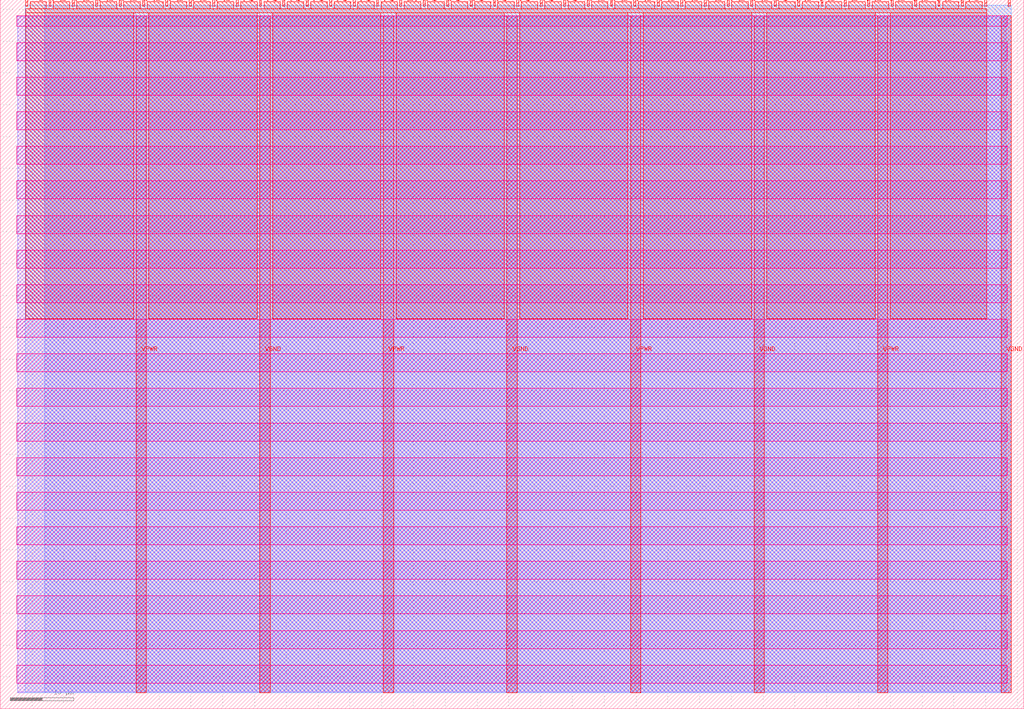
<source format=lef>
VERSION 5.7 ;
  NOWIREEXTENSIONATPIN ON ;
  DIVIDERCHAR "/" ;
  BUSBITCHARS "[]" ;
MACRO tt_um_macros77_subneg
  CLASS BLOCK ;
  FOREIGN tt_um_macros77_subneg ;
  ORIGIN 0.000 0.000 ;
  SIZE 161.000 BY 111.520 ;
  PIN VGND
    DIRECTION INOUT ;
    USE GROUND ;
    PORT
      LAYER met4 ;
        RECT 40.830 2.480 42.430 109.040 ;
    END
    PORT
      LAYER met4 ;
        RECT 79.700 2.480 81.300 109.040 ;
    END
    PORT
      LAYER met4 ;
        RECT 118.570 2.480 120.170 109.040 ;
    END
    PORT
      LAYER met4 ;
        RECT 157.440 2.480 159.040 109.040 ;
    END
  END VGND
  PIN VPWR
    DIRECTION INOUT ;
    USE POWER ;
    PORT
      LAYER met4 ;
        RECT 21.395 2.480 22.995 109.040 ;
    END
    PORT
      LAYER met4 ;
        RECT 60.265 2.480 61.865 109.040 ;
    END
    PORT
      LAYER met4 ;
        RECT 99.135 2.480 100.735 109.040 ;
    END
    PORT
      LAYER met4 ;
        RECT 138.005 2.480 139.605 109.040 ;
    END
  END VPWR
  PIN clk
    DIRECTION INPUT ;
    USE SIGNAL ;
    ANTENNAGATEAREA 0.852000 ;
    PORT
      LAYER met4 ;
        RECT 154.870 110.520 155.170 111.520 ;
    END
  END clk
  PIN ena
    DIRECTION INPUT ;
    USE SIGNAL ;
    PORT
      LAYER met4 ;
        RECT 158.550 110.520 158.850 111.520 ;
    END
  END ena
  PIN rst_n
    DIRECTION INPUT ;
    USE SIGNAL ;
    ANTENNAGATEAREA 0.126000 ;
    PORT
      LAYER met4 ;
        RECT 151.190 110.520 151.490 111.520 ;
    END
  END rst_n
  PIN ui_in[0]
    DIRECTION INPUT ;
    USE SIGNAL ;
    ANTENNAGATEAREA 0.159000 ;
    PORT
      LAYER met4 ;
        RECT 147.510 110.520 147.810 111.520 ;
    END
  END ui_in[0]
  PIN ui_in[1]
    DIRECTION INPUT ;
    USE SIGNAL ;
    ANTENNAGATEAREA 0.196500 ;
    PORT
      LAYER met4 ;
        RECT 143.830 110.520 144.130 111.520 ;
    END
  END ui_in[1]
  PIN ui_in[2]
    DIRECTION INPUT ;
    USE SIGNAL ;
    ANTENNAGATEAREA 0.196500 ;
    PORT
      LAYER met4 ;
        RECT 140.150 110.520 140.450 111.520 ;
    END
  END ui_in[2]
  PIN ui_in[3]
    DIRECTION INPUT ;
    USE SIGNAL ;
    PORT
      LAYER met4 ;
        RECT 136.470 110.520 136.770 111.520 ;
    END
  END ui_in[3]
  PIN ui_in[4]
    DIRECTION INPUT ;
    USE SIGNAL ;
    PORT
      LAYER met4 ;
        RECT 132.790 110.520 133.090 111.520 ;
    END
  END ui_in[4]
  PIN ui_in[5]
    DIRECTION INPUT ;
    USE SIGNAL ;
    PORT
      LAYER met4 ;
        RECT 129.110 110.520 129.410 111.520 ;
    END
  END ui_in[5]
  PIN ui_in[6]
    DIRECTION INPUT ;
    USE SIGNAL ;
    PORT
      LAYER met4 ;
        RECT 125.430 110.520 125.730 111.520 ;
    END
  END ui_in[6]
  PIN ui_in[7]
    DIRECTION INPUT ;
    USE SIGNAL ;
    PORT
      LAYER met4 ;
        RECT 121.750 110.520 122.050 111.520 ;
    END
  END ui_in[7]
  PIN uio_in[0]
    DIRECTION INPUT ;
    USE SIGNAL ;
    ANTENNAGATEAREA 0.213000 ;
    PORT
      LAYER met4 ;
        RECT 118.070 110.520 118.370 111.520 ;
    END
  END uio_in[0]
  PIN uio_in[1]
    DIRECTION INPUT ;
    USE SIGNAL ;
    ANTENNAGATEAREA 0.213000 ;
    PORT
      LAYER met4 ;
        RECT 114.390 110.520 114.690 111.520 ;
    END
  END uio_in[1]
  PIN uio_in[2]
    DIRECTION INPUT ;
    USE SIGNAL ;
    ANTENNAGATEAREA 0.213000 ;
    PORT
      LAYER met4 ;
        RECT 110.710 110.520 111.010 111.520 ;
    END
  END uio_in[2]
  PIN uio_in[3]
    DIRECTION INPUT ;
    USE SIGNAL ;
    ANTENNAGATEAREA 0.213000 ;
    PORT
      LAYER met4 ;
        RECT 107.030 110.520 107.330 111.520 ;
    END
  END uio_in[3]
  PIN uio_in[4]
    DIRECTION INPUT ;
    USE SIGNAL ;
    ANTENNAGATEAREA 0.213000 ;
    PORT
      LAYER met4 ;
        RECT 103.350 110.520 103.650 111.520 ;
    END
  END uio_in[4]
  PIN uio_in[5]
    DIRECTION INPUT ;
    USE SIGNAL ;
    ANTENNAGATEAREA 0.213000 ;
    PORT
      LAYER met4 ;
        RECT 99.670 110.520 99.970 111.520 ;
    END
  END uio_in[5]
  PIN uio_in[6]
    DIRECTION INPUT ;
    USE SIGNAL ;
    ANTENNAGATEAREA 0.213000 ;
    PORT
      LAYER met4 ;
        RECT 95.990 110.520 96.290 111.520 ;
    END
  END uio_in[6]
  PIN uio_in[7]
    DIRECTION INPUT ;
    USE SIGNAL ;
    ANTENNAGATEAREA 0.213000 ;
    PORT
      LAYER met4 ;
        RECT 92.310 110.520 92.610 111.520 ;
    END
  END uio_in[7]
  PIN uio_oe[0]
    DIRECTION OUTPUT TRISTATE ;
    USE SIGNAL ;
    ANTENNADIFFAREA 0.445500 ;
    PORT
      LAYER met4 ;
        RECT 29.750 110.520 30.050 111.520 ;
    END
  END uio_oe[0]
  PIN uio_oe[1]
    DIRECTION OUTPUT TRISTATE ;
    USE SIGNAL ;
    ANTENNADIFFAREA 0.445500 ;
    PORT
      LAYER met4 ;
        RECT 26.070 110.520 26.370 111.520 ;
    END
  END uio_oe[1]
  PIN uio_oe[2]
    DIRECTION OUTPUT TRISTATE ;
    USE SIGNAL ;
    ANTENNADIFFAREA 0.445500 ;
    PORT
      LAYER met4 ;
        RECT 22.390 110.520 22.690 111.520 ;
    END
  END uio_oe[2]
  PIN uio_oe[3]
    DIRECTION OUTPUT TRISTATE ;
    USE SIGNAL ;
    ANTENNADIFFAREA 0.445500 ;
    PORT
      LAYER met4 ;
        RECT 18.710 110.520 19.010 111.520 ;
    END
  END uio_oe[3]
  PIN uio_oe[4]
    DIRECTION OUTPUT TRISTATE ;
    USE SIGNAL ;
    ANTENNADIFFAREA 0.445500 ;
    PORT
      LAYER met4 ;
        RECT 15.030 110.520 15.330 111.520 ;
    END
  END uio_oe[4]
  PIN uio_oe[5]
    DIRECTION OUTPUT TRISTATE ;
    USE SIGNAL ;
    ANTENNADIFFAREA 0.445500 ;
    PORT
      LAYER met4 ;
        RECT 11.350 110.520 11.650 111.520 ;
    END
  END uio_oe[5]
  PIN uio_oe[6]
    DIRECTION OUTPUT TRISTATE ;
    USE SIGNAL ;
    ANTENNADIFFAREA 0.445500 ;
    PORT
      LAYER met4 ;
        RECT 7.670 110.520 7.970 111.520 ;
    END
  END uio_oe[6]
  PIN uio_oe[7]
    DIRECTION OUTPUT TRISTATE ;
    USE SIGNAL ;
    ANTENNAGATEAREA 1.113000 ;
    ANTENNADIFFAREA 0.891000 ;
    PORT
      LAYER met4 ;
        RECT 3.990 110.520 4.290 111.520 ;
    END
  END uio_oe[7]
  PIN uio_out[0]
    DIRECTION OUTPUT TRISTATE ;
    USE SIGNAL ;
    ANTENNAGATEAREA 0.247500 ;
    ANTENNADIFFAREA 0.445500 ;
    PORT
      LAYER met4 ;
        RECT 59.190 110.520 59.490 111.520 ;
    END
  END uio_out[0]
  PIN uio_out[1]
    DIRECTION OUTPUT TRISTATE ;
    USE SIGNAL ;
    ANTENNAGATEAREA 0.126000 ;
    ANTENNADIFFAREA 0.445500 ;
    PORT
      LAYER met4 ;
        RECT 55.510 110.520 55.810 111.520 ;
    END
  END uio_out[1]
  PIN uio_out[2]
    DIRECTION OUTPUT TRISTATE ;
    USE SIGNAL ;
    ANTENNAGATEAREA 0.247500 ;
    ANTENNADIFFAREA 0.445500 ;
    PORT
      LAYER met4 ;
        RECT 51.830 110.520 52.130 111.520 ;
    END
  END uio_out[2]
  PIN uio_out[3]
    DIRECTION OUTPUT TRISTATE ;
    USE SIGNAL ;
    ANTENNAGATEAREA 0.126000 ;
    ANTENNADIFFAREA 0.891000 ;
    PORT
      LAYER met4 ;
        RECT 48.150 110.520 48.450 111.520 ;
    END
  END uio_out[3]
  PIN uio_out[4]
    DIRECTION OUTPUT TRISTATE ;
    USE SIGNAL ;
    ANTENNAGATEAREA 0.247500 ;
    ANTENNADIFFAREA 0.445500 ;
    PORT
      LAYER met4 ;
        RECT 44.470 110.520 44.770 111.520 ;
    END
  END uio_out[4]
  PIN uio_out[5]
    DIRECTION OUTPUT TRISTATE ;
    USE SIGNAL ;
    ANTENNAGATEAREA 0.126000 ;
    ANTENNADIFFAREA 0.445500 ;
    PORT
      LAYER met4 ;
        RECT 40.790 110.520 41.090 111.520 ;
    END
  END uio_out[5]
  PIN uio_out[6]
    DIRECTION OUTPUT TRISTATE ;
    USE SIGNAL ;
    ANTENNAGATEAREA 0.247500 ;
    ANTENNADIFFAREA 0.891000 ;
    PORT
      LAYER met4 ;
        RECT 37.110 110.520 37.410 111.520 ;
    END
  END uio_out[6]
  PIN uio_out[7]
    DIRECTION OUTPUT TRISTATE ;
    USE SIGNAL ;
    ANTENNAGATEAREA 0.247500 ;
    ANTENNADIFFAREA 0.891000 ;
    PORT
      LAYER met4 ;
        RECT 33.430 110.520 33.730 111.520 ;
    END
  END uio_out[7]
  PIN uo_out[0]
    DIRECTION OUTPUT TRISTATE ;
    USE SIGNAL ;
    ANTENNADIFFAREA 0.795200 ;
    PORT
      LAYER met4 ;
        RECT 88.630 110.520 88.930 111.520 ;
    END
  END uo_out[0]
  PIN uo_out[1]
    DIRECTION OUTPUT TRISTATE ;
    USE SIGNAL ;
    ANTENNADIFFAREA 0.795200 ;
    PORT
      LAYER met4 ;
        RECT 84.950 110.520 85.250 111.520 ;
    END
  END uo_out[1]
  PIN uo_out[2]
    DIRECTION OUTPUT TRISTATE ;
    USE SIGNAL ;
    ANTENNADIFFAREA 0.795200 ;
    PORT
      LAYER met4 ;
        RECT 81.270 110.520 81.570 111.520 ;
    END
  END uo_out[2]
  PIN uo_out[3]
    DIRECTION OUTPUT TRISTATE ;
    USE SIGNAL ;
    ANTENNAGATEAREA 0.247500 ;
    ANTENNADIFFAREA 0.795200 ;
    PORT
      LAYER met4 ;
        RECT 77.590 110.520 77.890 111.520 ;
    END
  END uo_out[3]
  PIN uo_out[4]
    DIRECTION OUTPUT TRISTATE ;
    USE SIGNAL ;
    ANTENNADIFFAREA 0.795200 ;
    PORT
      LAYER met4 ;
        RECT 73.910 110.520 74.210 111.520 ;
    END
  END uo_out[4]
  PIN uo_out[5]
    DIRECTION OUTPUT TRISTATE ;
    USE SIGNAL ;
    ANTENNADIFFAREA 0.795200 ;
    PORT
      LAYER met4 ;
        RECT 70.230 110.520 70.530 111.520 ;
    END
  END uo_out[5]
  PIN uo_out[6]
    DIRECTION OUTPUT TRISTATE ;
    USE SIGNAL ;
    ANTENNADIFFAREA 0.445500 ;
    PORT
      LAYER met4 ;
        RECT 66.550 110.520 66.850 111.520 ;
    END
  END uo_out[6]
  PIN uo_out[7]
    DIRECTION OUTPUT TRISTATE ;
    USE SIGNAL ;
    ANTENNADIFFAREA 0.795200 ;
    PORT
      LAYER met4 ;
        RECT 62.870 110.520 63.170 111.520 ;
    END
  END uo_out[7]
  OBS
      LAYER nwell ;
        RECT 2.570 107.385 158.430 108.990 ;
        RECT 2.570 101.945 158.430 104.775 ;
        RECT 2.570 96.505 158.430 99.335 ;
        RECT 2.570 91.065 158.430 93.895 ;
        RECT 2.570 85.625 158.430 88.455 ;
        RECT 2.570 80.185 158.430 83.015 ;
        RECT 2.570 74.745 158.430 77.575 ;
        RECT 2.570 69.305 158.430 72.135 ;
        RECT 2.570 63.865 158.430 66.695 ;
        RECT 2.570 58.425 158.430 61.255 ;
        RECT 2.570 52.985 158.430 55.815 ;
        RECT 2.570 47.545 158.430 50.375 ;
        RECT 2.570 42.105 158.430 44.935 ;
        RECT 2.570 36.665 158.430 39.495 ;
        RECT 2.570 31.225 158.430 34.055 ;
        RECT 2.570 25.785 158.430 28.615 ;
        RECT 2.570 20.345 158.430 23.175 ;
        RECT 2.570 14.905 158.430 17.735 ;
        RECT 2.570 9.465 158.430 12.295 ;
        RECT 2.570 4.025 158.430 6.855 ;
      LAYER li1 ;
        RECT 2.760 2.635 158.240 108.885 ;
      LAYER met1 ;
        RECT 2.760 2.480 159.040 109.040 ;
      LAYER met2 ;
        RECT 6.990 2.535 159.010 110.685 ;
      LAYER met3 ;
        RECT 3.950 2.555 159.030 110.665 ;
      LAYER met4 ;
        RECT 4.690 110.120 7.270 111.170 ;
        RECT 8.370 110.120 10.950 111.170 ;
        RECT 12.050 110.120 14.630 111.170 ;
        RECT 15.730 110.120 18.310 111.170 ;
        RECT 19.410 110.120 21.990 111.170 ;
        RECT 23.090 110.120 25.670 111.170 ;
        RECT 26.770 110.120 29.350 111.170 ;
        RECT 30.450 110.120 33.030 111.170 ;
        RECT 34.130 110.120 36.710 111.170 ;
        RECT 37.810 110.120 40.390 111.170 ;
        RECT 41.490 110.120 44.070 111.170 ;
        RECT 45.170 110.120 47.750 111.170 ;
        RECT 48.850 110.120 51.430 111.170 ;
        RECT 52.530 110.120 55.110 111.170 ;
        RECT 56.210 110.120 58.790 111.170 ;
        RECT 59.890 110.120 62.470 111.170 ;
        RECT 63.570 110.120 66.150 111.170 ;
        RECT 67.250 110.120 69.830 111.170 ;
        RECT 70.930 110.120 73.510 111.170 ;
        RECT 74.610 110.120 77.190 111.170 ;
        RECT 78.290 110.120 80.870 111.170 ;
        RECT 81.970 110.120 84.550 111.170 ;
        RECT 85.650 110.120 88.230 111.170 ;
        RECT 89.330 110.120 91.910 111.170 ;
        RECT 93.010 110.120 95.590 111.170 ;
        RECT 96.690 110.120 99.270 111.170 ;
        RECT 100.370 110.120 102.950 111.170 ;
        RECT 104.050 110.120 106.630 111.170 ;
        RECT 107.730 110.120 110.310 111.170 ;
        RECT 111.410 110.120 113.990 111.170 ;
        RECT 115.090 110.120 117.670 111.170 ;
        RECT 118.770 110.120 121.350 111.170 ;
        RECT 122.450 110.120 125.030 111.170 ;
        RECT 126.130 110.120 128.710 111.170 ;
        RECT 129.810 110.120 132.390 111.170 ;
        RECT 133.490 110.120 136.070 111.170 ;
        RECT 137.170 110.120 139.750 111.170 ;
        RECT 140.850 110.120 143.430 111.170 ;
        RECT 144.530 110.120 147.110 111.170 ;
        RECT 148.210 110.120 150.790 111.170 ;
        RECT 151.890 110.120 154.470 111.170 ;
        RECT 3.975 109.440 155.185 110.120 ;
        RECT 3.975 61.375 20.995 109.440 ;
        RECT 23.395 61.375 40.430 109.440 ;
        RECT 42.830 61.375 59.865 109.440 ;
        RECT 62.265 61.375 79.300 109.440 ;
        RECT 81.700 61.375 98.735 109.440 ;
        RECT 101.135 61.375 118.170 109.440 ;
        RECT 120.570 61.375 137.605 109.440 ;
        RECT 140.005 61.375 155.185 109.440 ;
  END
END tt_um_macros77_subneg
END LIBRARY


</source>
